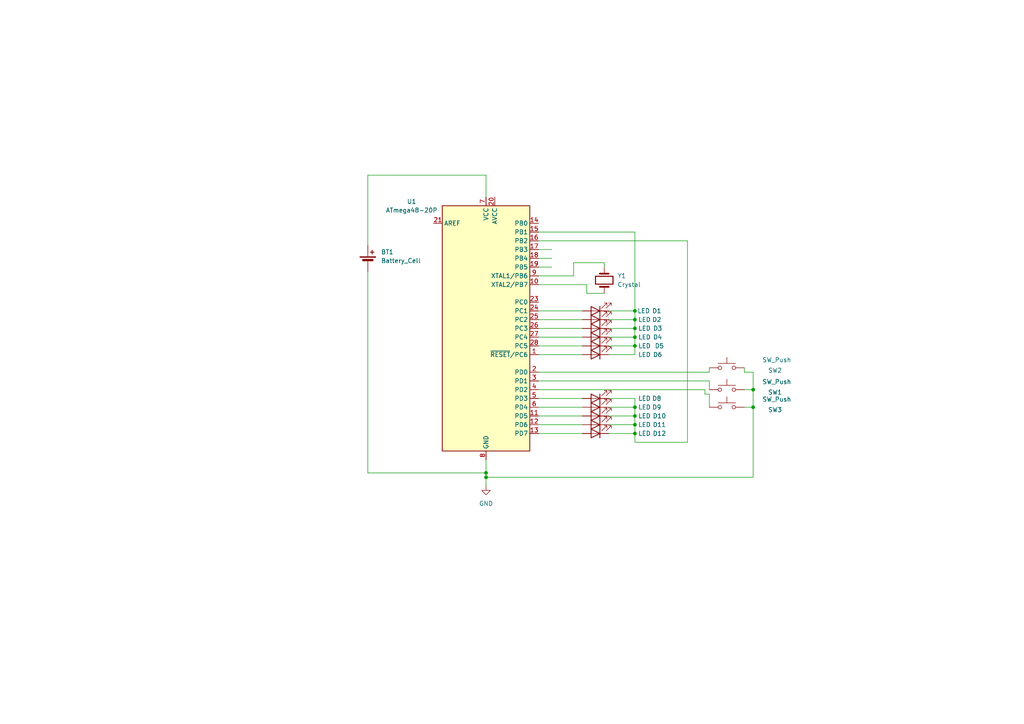
<source format=kicad_sch>
(kicad_sch
	(version 20231120)
	(generator "eeschema")
	(generator_version "8.0")
	(uuid "d9b35002-a0cb-45a5-a24e-d2ba0c78f83c")
	(paper "A4")
	(lib_symbols
		(symbol "Device:Battery_Cell"
			(pin_numbers hide)
			(pin_names
				(offset 0) hide)
			(exclude_from_sim no)
			(in_bom yes)
			(on_board yes)
			(property "Reference" "BT"
				(at 2.54 2.54 0)
				(effects
					(font
						(size 1.27 1.27)
					)
					(justify left)
				)
			)
			(property "Value" "Battery_Cell"
				(at 2.54 0 0)
				(effects
					(font
						(size 1.27 1.27)
					)
					(justify left)
				)
			)
			(property "Footprint" ""
				(at 0 1.524 90)
				(effects
					(font
						(size 1.27 1.27)
					)
					(hide yes)
				)
			)
			(property "Datasheet" "~"
				(at 0 1.524 90)
				(effects
					(font
						(size 1.27 1.27)
					)
					(hide yes)
				)
			)
			(property "Description" "Single-cell battery"
				(at 0 0 0)
				(effects
					(font
						(size 1.27 1.27)
					)
					(hide yes)
				)
			)
			(property "ki_keywords" "battery cell"
				(at 0 0 0)
				(effects
					(font
						(size 1.27 1.27)
					)
					(hide yes)
				)
			)
			(symbol "Battery_Cell_0_1"
				(rectangle
					(start -2.286 1.778)
					(end 2.286 1.524)
					(stroke
						(width 0)
						(type default)
					)
					(fill
						(type outline)
					)
				)
				(rectangle
					(start -1.524 1.016)
					(end 1.524 0.508)
					(stroke
						(width 0)
						(type default)
					)
					(fill
						(type outline)
					)
				)
				(polyline
					(pts
						(xy 0 0.762) (xy 0 0)
					)
					(stroke
						(width 0)
						(type default)
					)
					(fill
						(type none)
					)
				)
				(polyline
					(pts
						(xy 0 1.778) (xy 0 2.54)
					)
					(stroke
						(width 0)
						(type default)
					)
					(fill
						(type none)
					)
				)
				(polyline
					(pts
						(xy 0.762 3.048) (xy 1.778 3.048)
					)
					(stroke
						(width 0.254)
						(type default)
					)
					(fill
						(type none)
					)
				)
				(polyline
					(pts
						(xy 1.27 3.556) (xy 1.27 2.54)
					)
					(stroke
						(width 0.254)
						(type default)
					)
					(fill
						(type none)
					)
				)
			)
			(symbol "Battery_Cell_1_1"
				(pin passive line
					(at 0 5.08 270)
					(length 2.54)
					(name "+"
						(effects
							(font
								(size 1.27 1.27)
							)
						)
					)
					(number "1"
						(effects
							(font
								(size 1.27 1.27)
							)
						)
					)
				)
				(pin passive line
					(at 0 -2.54 90)
					(length 2.54)
					(name "-"
						(effects
							(font
								(size 1.27 1.27)
							)
						)
					)
					(number "2"
						(effects
							(font
								(size 1.27 1.27)
							)
						)
					)
				)
			)
		)
		(symbol "Device:Crystal"
			(pin_numbers hide)
			(pin_names
				(offset 1.016) hide)
			(exclude_from_sim no)
			(in_bom yes)
			(on_board yes)
			(property "Reference" "Y"
				(at 0 3.81 0)
				(effects
					(font
						(size 1.27 1.27)
					)
				)
			)
			(property "Value" "Crystal"
				(at 0 -3.81 0)
				(effects
					(font
						(size 1.27 1.27)
					)
				)
			)
			(property "Footprint" ""
				(at 0 0 0)
				(effects
					(font
						(size 1.27 1.27)
					)
					(hide yes)
				)
			)
			(property "Datasheet" "~"
				(at 0 0 0)
				(effects
					(font
						(size 1.27 1.27)
					)
					(hide yes)
				)
			)
			(property "Description" "Two pin crystal"
				(at 0 0 0)
				(effects
					(font
						(size 1.27 1.27)
					)
					(hide yes)
				)
			)
			(property "ki_keywords" "quartz ceramic resonator oscillator"
				(at 0 0 0)
				(effects
					(font
						(size 1.27 1.27)
					)
					(hide yes)
				)
			)
			(property "ki_fp_filters" "Crystal*"
				(at 0 0 0)
				(effects
					(font
						(size 1.27 1.27)
					)
					(hide yes)
				)
			)
			(symbol "Crystal_0_1"
				(rectangle
					(start -1.143 2.54)
					(end 1.143 -2.54)
					(stroke
						(width 0.3048)
						(type default)
					)
					(fill
						(type none)
					)
				)
				(polyline
					(pts
						(xy -2.54 0) (xy -1.905 0)
					)
					(stroke
						(width 0)
						(type default)
					)
					(fill
						(type none)
					)
				)
				(polyline
					(pts
						(xy -1.905 -1.27) (xy -1.905 1.27)
					)
					(stroke
						(width 0.508)
						(type default)
					)
					(fill
						(type none)
					)
				)
				(polyline
					(pts
						(xy 1.905 -1.27) (xy 1.905 1.27)
					)
					(stroke
						(width 0.508)
						(type default)
					)
					(fill
						(type none)
					)
				)
				(polyline
					(pts
						(xy 2.54 0) (xy 1.905 0)
					)
					(stroke
						(width 0)
						(type default)
					)
					(fill
						(type none)
					)
				)
			)
			(symbol "Crystal_1_1"
				(pin passive line
					(at -3.81 0 0)
					(length 1.27)
					(name "1"
						(effects
							(font
								(size 1.27 1.27)
							)
						)
					)
					(number "1"
						(effects
							(font
								(size 1.27 1.27)
							)
						)
					)
				)
				(pin passive line
					(at 3.81 0 180)
					(length 1.27)
					(name "2"
						(effects
							(font
								(size 1.27 1.27)
							)
						)
					)
					(number "2"
						(effects
							(font
								(size 1.27 1.27)
							)
						)
					)
				)
			)
		)
		(symbol "Device:LED"
			(pin_numbers hide)
			(pin_names
				(offset 1.016) hide)
			(exclude_from_sim no)
			(in_bom yes)
			(on_board yes)
			(property "Reference" "D"
				(at 0 2.54 0)
				(effects
					(font
						(size 1.27 1.27)
					)
				)
			)
			(property "Value" "LED"
				(at 0 -2.54 0)
				(effects
					(font
						(size 1.27 1.27)
					)
				)
			)
			(property "Footprint" ""
				(at 0 0 0)
				(effects
					(font
						(size 1.27 1.27)
					)
					(hide yes)
				)
			)
			(property "Datasheet" "~"
				(at 0 0 0)
				(effects
					(font
						(size 1.27 1.27)
					)
					(hide yes)
				)
			)
			(property "Description" "Light emitting diode"
				(at 0 0 0)
				(effects
					(font
						(size 1.27 1.27)
					)
					(hide yes)
				)
			)
			(property "ki_keywords" "LED diode"
				(at 0 0 0)
				(effects
					(font
						(size 1.27 1.27)
					)
					(hide yes)
				)
			)
			(property "ki_fp_filters" "LED* LED_SMD:* LED_THT:*"
				(at 0 0 0)
				(effects
					(font
						(size 1.27 1.27)
					)
					(hide yes)
				)
			)
			(symbol "LED_0_1"
				(polyline
					(pts
						(xy -1.27 -1.27) (xy -1.27 1.27)
					)
					(stroke
						(width 0.254)
						(type default)
					)
					(fill
						(type none)
					)
				)
				(polyline
					(pts
						(xy -1.27 0) (xy 1.27 0)
					)
					(stroke
						(width 0)
						(type default)
					)
					(fill
						(type none)
					)
				)
				(polyline
					(pts
						(xy 1.27 -1.27) (xy 1.27 1.27) (xy -1.27 0) (xy 1.27 -1.27)
					)
					(stroke
						(width 0.254)
						(type default)
					)
					(fill
						(type none)
					)
				)
				(polyline
					(pts
						(xy -3.048 -0.762) (xy -4.572 -2.286) (xy -3.81 -2.286) (xy -4.572 -2.286) (xy -4.572 -1.524)
					)
					(stroke
						(width 0)
						(type default)
					)
					(fill
						(type none)
					)
				)
				(polyline
					(pts
						(xy -1.778 -0.762) (xy -3.302 -2.286) (xy -2.54 -2.286) (xy -3.302 -2.286) (xy -3.302 -1.524)
					)
					(stroke
						(width 0)
						(type default)
					)
					(fill
						(type none)
					)
				)
			)
			(symbol "LED_1_1"
				(pin passive line
					(at -3.81 0 0)
					(length 2.54)
					(name "K"
						(effects
							(font
								(size 1.27 1.27)
							)
						)
					)
					(number "1"
						(effects
							(font
								(size 1.27 1.27)
							)
						)
					)
				)
				(pin passive line
					(at 3.81 0 180)
					(length 2.54)
					(name "A"
						(effects
							(font
								(size 1.27 1.27)
							)
						)
					)
					(number "2"
						(effects
							(font
								(size 1.27 1.27)
							)
						)
					)
				)
			)
		)
		(symbol "MCU_Microchip_ATmega:ATmega48-20P"
			(exclude_from_sim no)
			(in_bom yes)
			(on_board yes)
			(property "Reference" "U"
				(at -12.7 36.83 0)
				(effects
					(font
						(size 1.27 1.27)
					)
					(justify left bottom)
				)
			)
			(property "Value" "ATmega48-20P"
				(at 2.54 -36.83 0)
				(effects
					(font
						(size 1.27 1.27)
					)
					(justify left top)
				)
			)
			(property "Footprint" "Package_DIP:DIP-28_W7.62mm"
				(at 0 0 0)
				(effects
					(font
						(size 1.27 1.27)
						(italic yes)
					)
					(hide yes)
				)
			)
			(property "Datasheet" "http://ww1.microchip.com/downloads/en/DeviceDoc/Atmel-2545-8-bit-AVR-Microcontroller-ATmega48-88-168_Datasheet.pdf"
				(at 0 0 0)
				(effects
					(font
						(size 1.27 1.27)
					)
					(hide yes)
				)
			)
			(property "Description" "20MHz, 4kB Flash, 512B SRAM, 256B EEPROM, DIP-28"
				(at 0 0 0)
				(effects
					(font
						(size 1.27 1.27)
					)
					(hide yes)
				)
			)
			(property "ki_keywords" "AVR 8bit Microcontroller MegaAVR"
				(at 0 0 0)
				(effects
					(font
						(size 1.27 1.27)
					)
					(hide yes)
				)
			)
			(property "ki_fp_filters" "DIP*W7.62mm*"
				(at 0 0 0)
				(effects
					(font
						(size 1.27 1.27)
					)
					(hide yes)
				)
			)
			(symbol "ATmega48-20P_0_1"
				(rectangle
					(start -12.7 -35.56)
					(end 12.7 35.56)
					(stroke
						(width 0.254)
						(type default)
					)
					(fill
						(type background)
					)
				)
			)
			(symbol "ATmega48-20P_1_1"
				(pin bidirectional line
					(at 15.24 -7.62 180)
					(length 2.54)
					(name "~{RESET}/PC6"
						(effects
							(font
								(size 1.27 1.27)
							)
						)
					)
					(number "1"
						(effects
							(font
								(size 1.27 1.27)
							)
						)
					)
				)
				(pin bidirectional line
					(at 15.24 12.7 180)
					(length 2.54)
					(name "XTAL2/PB7"
						(effects
							(font
								(size 1.27 1.27)
							)
						)
					)
					(number "10"
						(effects
							(font
								(size 1.27 1.27)
							)
						)
					)
				)
				(pin bidirectional line
					(at 15.24 -25.4 180)
					(length 2.54)
					(name "PD5"
						(effects
							(font
								(size 1.27 1.27)
							)
						)
					)
					(number "11"
						(effects
							(font
								(size 1.27 1.27)
							)
						)
					)
				)
				(pin bidirectional line
					(at 15.24 -27.94 180)
					(length 2.54)
					(name "PD6"
						(effects
							(font
								(size 1.27 1.27)
							)
						)
					)
					(number "12"
						(effects
							(font
								(size 1.27 1.27)
							)
						)
					)
				)
				(pin bidirectional line
					(at 15.24 -30.48 180)
					(length 2.54)
					(name "PD7"
						(effects
							(font
								(size 1.27 1.27)
							)
						)
					)
					(number "13"
						(effects
							(font
								(size 1.27 1.27)
							)
						)
					)
				)
				(pin bidirectional line
					(at 15.24 30.48 180)
					(length 2.54)
					(name "PB0"
						(effects
							(font
								(size 1.27 1.27)
							)
						)
					)
					(number "14"
						(effects
							(font
								(size 1.27 1.27)
							)
						)
					)
				)
				(pin bidirectional line
					(at 15.24 27.94 180)
					(length 2.54)
					(name "PB1"
						(effects
							(font
								(size 1.27 1.27)
							)
						)
					)
					(number "15"
						(effects
							(font
								(size 1.27 1.27)
							)
						)
					)
				)
				(pin bidirectional line
					(at 15.24 25.4 180)
					(length 2.54)
					(name "PB2"
						(effects
							(font
								(size 1.27 1.27)
							)
						)
					)
					(number "16"
						(effects
							(font
								(size 1.27 1.27)
							)
						)
					)
				)
				(pin bidirectional line
					(at 15.24 22.86 180)
					(length 2.54)
					(name "PB3"
						(effects
							(font
								(size 1.27 1.27)
							)
						)
					)
					(number "17"
						(effects
							(font
								(size 1.27 1.27)
							)
						)
					)
				)
				(pin bidirectional line
					(at 15.24 20.32 180)
					(length 2.54)
					(name "PB4"
						(effects
							(font
								(size 1.27 1.27)
							)
						)
					)
					(number "18"
						(effects
							(font
								(size 1.27 1.27)
							)
						)
					)
				)
				(pin bidirectional line
					(at 15.24 17.78 180)
					(length 2.54)
					(name "PB5"
						(effects
							(font
								(size 1.27 1.27)
							)
						)
					)
					(number "19"
						(effects
							(font
								(size 1.27 1.27)
							)
						)
					)
				)
				(pin bidirectional line
					(at 15.24 -12.7 180)
					(length 2.54)
					(name "PD0"
						(effects
							(font
								(size 1.27 1.27)
							)
						)
					)
					(number "2"
						(effects
							(font
								(size 1.27 1.27)
							)
						)
					)
				)
				(pin power_in line
					(at 2.54 38.1 270)
					(length 2.54)
					(name "AVCC"
						(effects
							(font
								(size 1.27 1.27)
							)
						)
					)
					(number "20"
						(effects
							(font
								(size 1.27 1.27)
							)
						)
					)
				)
				(pin passive line
					(at -15.24 30.48 0)
					(length 2.54)
					(name "AREF"
						(effects
							(font
								(size 1.27 1.27)
							)
						)
					)
					(number "21"
						(effects
							(font
								(size 1.27 1.27)
							)
						)
					)
				)
				(pin passive line
					(at 0 -38.1 90)
					(length 2.54) hide
					(name "GND"
						(effects
							(font
								(size 1.27 1.27)
							)
						)
					)
					(number "22"
						(effects
							(font
								(size 1.27 1.27)
							)
						)
					)
				)
				(pin bidirectional line
					(at 15.24 7.62 180)
					(length 2.54)
					(name "PC0"
						(effects
							(font
								(size 1.27 1.27)
							)
						)
					)
					(number "23"
						(effects
							(font
								(size 1.27 1.27)
							)
						)
					)
				)
				(pin bidirectional line
					(at 15.24 5.08 180)
					(length 2.54)
					(name "PC1"
						(effects
							(font
								(size 1.27 1.27)
							)
						)
					)
					(number "24"
						(effects
							(font
								(size 1.27 1.27)
							)
						)
					)
				)
				(pin bidirectional line
					(at 15.24 2.54 180)
					(length 2.54)
					(name "PC2"
						(effects
							(font
								(size 1.27 1.27)
							)
						)
					)
					(number "25"
						(effects
							(font
								(size 1.27 1.27)
							)
						)
					)
				)
				(pin bidirectional line
					(at 15.24 0 180)
					(length 2.54)
					(name "PC3"
						(effects
							(font
								(size 1.27 1.27)
							)
						)
					)
					(number "26"
						(effects
							(font
								(size 1.27 1.27)
							)
						)
					)
				)
				(pin bidirectional line
					(at 15.24 -2.54 180)
					(length 2.54)
					(name "PC4"
						(effects
							(font
								(size 1.27 1.27)
							)
						)
					)
					(number "27"
						(effects
							(font
								(size 1.27 1.27)
							)
						)
					)
				)
				(pin bidirectional line
					(at 15.24 -5.08 180)
					(length 2.54)
					(name "PC5"
						(effects
							(font
								(size 1.27 1.27)
							)
						)
					)
					(number "28"
						(effects
							(font
								(size 1.27 1.27)
							)
						)
					)
				)
				(pin bidirectional line
					(at 15.24 -15.24 180)
					(length 2.54)
					(name "PD1"
						(effects
							(font
								(size 1.27 1.27)
							)
						)
					)
					(number "3"
						(effects
							(font
								(size 1.27 1.27)
							)
						)
					)
				)
				(pin bidirectional line
					(at 15.24 -17.78 180)
					(length 2.54)
					(name "PD2"
						(effects
							(font
								(size 1.27 1.27)
							)
						)
					)
					(number "4"
						(effects
							(font
								(size 1.27 1.27)
							)
						)
					)
				)
				(pin bidirectional line
					(at 15.24 -20.32 180)
					(length 2.54)
					(name "PD3"
						(effects
							(font
								(size 1.27 1.27)
							)
						)
					)
					(number "5"
						(effects
							(font
								(size 1.27 1.27)
							)
						)
					)
				)
				(pin bidirectional line
					(at 15.24 -22.86 180)
					(length 2.54)
					(name "PD4"
						(effects
							(font
								(size 1.27 1.27)
							)
						)
					)
					(number "6"
						(effects
							(font
								(size 1.27 1.27)
							)
						)
					)
				)
				(pin power_in line
					(at 0 38.1 270)
					(length 2.54)
					(name "VCC"
						(effects
							(font
								(size 1.27 1.27)
							)
						)
					)
					(number "7"
						(effects
							(font
								(size 1.27 1.27)
							)
						)
					)
				)
				(pin power_in line
					(at 0 -38.1 90)
					(length 2.54)
					(name "GND"
						(effects
							(font
								(size 1.27 1.27)
							)
						)
					)
					(number "8"
						(effects
							(font
								(size 1.27 1.27)
							)
						)
					)
				)
				(pin bidirectional line
					(at 15.24 15.24 180)
					(length 2.54)
					(name "XTAL1/PB6"
						(effects
							(font
								(size 1.27 1.27)
							)
						)
					)
					(number "9"
						(effects
							(font
								(size 1.27 1.27)
							)
						)
					)
				)
			)
		)
		(symbol "Switch:SW_Push"
			(pin_numbers hide)
			(pin_names
				(offset 1.016) hide)
			(exclude_from_sim no)
			(in_bom yes)
			(on_board yes)
			(property "Reference" "SW"
				(at 1.27 2.54 0)
				(effects
					(font
						(size 1.27 1.27)
					)
					(justify left)
				)
			)
			(property "Value" "SW_Push"
				(at 0 -1.524 0)
				(effects
					(font
						(size 1.27 1.27)
					)
				)
			)
			(property "Footprint" ""
				(at 0 5.08 0)
				(effects
					(font
						(size 1.27 1.27)
					)
					(hide yes)
				)
			)
			(property "Datasheet" "~"
				(at 0 5.08 0)
				(effects
					(font
						(size 1.27 1.27)
					)
					(hide yes)
				)
			)
			(property "Description" "Push button switch, generic, two pins"
				(at 0 0 0)
				(effects
					(font
						(size 1.27 1.27)
					)
					(hide yes)
				)
			)
			(property "ki_keywords" "switch normally-open pushbutton push-button"
				(at 0 0 0)
				(effects
					(font
						(size 1.27 1.27)
					)
					(hide yes)
				)
			)
			(symbol "SW_Push_0_1"
				(circle
					(center -2.032 0)
					(radius 0.508)
					(stroke
						(width 0)
						(type default)
					)
					(fill
						(type none)
					)
				)
				(polyline
					(pts
						(xy 0 1.27) (xy 0 3.048)
					)
					(stroke
						(width 0)
						(type default)
					)
					(fill
						(type none)
					)
				)
				(polyline
					(pts
						(xy 2.54 1.27) (xy -2.54 1.27)
					)
					(stroke
						(width 0)
						(type default)
					)
					(fill
						(type none)
					)
				)
				(circle
					(center 2.032 0)
					(radius 0.508)
					(stroke
						(width 0)
						(type default)
					)
					(fill
						(type none)
					)
				)
				(pin passive line
					(at -5.08 0 0)
					(length 2.54)
					(name "1"
						(effects
							(font
								(size 1.27 1.27)
							)
						)
					)
					(number "1"
						(effects
							(font
								(size 1.27 1.27)
							)
						)
					)
				)
				(pin passive line
					(at 5.08 0 180)
					(length 2.54)
					(name "2"
						(effects
							(font
								(size 1.27 1.27)
							)
						)
					)
					(number "2"
						(effects
							(font
								(size 1.27 1.27)
							)
						)
					)
				)
			)
		)
		(symbol "power:GND"
			(power)
			(pin_numbers hide)
			(pin_names
				(offset 0) hide)
			(exclude_from_sim no)
			(in_bom yes)
			(on_board yes)
			(property "Reference" "#PWR"
				(at 0 -6.35 0)
				(effects
					(font
						(size 1.27 1.27)
					)
					(hide yes)
				)
			)
			(property "Value" "GND"
				(at 0 -3.81 0)
				(effects
					(font
						(size 1.27 1.27)
					)
				)
			)
			(property "Footprint" ""
				(at 0 0 0)
				(effects
					(font
						(size 1.27 1.27)
					)
					(hide yes)
				)
			)
			(property "Datasheet" ""
				(at 0 0 0)
				(effects
					(font
						(size 1.27 1.27)
					)
					(hide yes)
				)
			)
			(property "Description" "Power symbol creates a global label with name \"GND\" , ground"
				(at 0 0 0)
				(effects
					(font
						(size 1.27 1.27)
					)
					(hide yes)
				)
			)
			(property "ki_keywords" "global power"
				(at 0 0 0)
				(effects
					(font
						(size 1.27 1.27)
					)
					(hide yes)
				)
			)
			(symbol "GND_0_1"
				(polyline
					(pts
						(xy 0 0) (xy 0 -1.27) (xy 1.27 -1.27) (xy 0 -2.54) (xy -1.27 -1.27) (xy 0 -1.27)
					)
					(stroke
						(width 0)
						(type default)
					)
					(fill
						(type none)
					)
				)
			)
			(symbol "GND_1_1"
				(pin power_in line
					(at 0 0 270)
					(length 0)
					(name "~"
						(effects
							(font
								(size 1.27 1.27)
							)
						)
					)
					(number "1"
						(effects
							(font
								(size 1.27 1.27)
							)
						)
					)
				)
			)
		)
	)
	(junction
		(at 184.15 90.17)
		(diameter 0)
		(color 0 0 0 0)
		(uuid "0899e0c9-dc38-4fb1-a0f7-8bd90d54f7b0")
	)
	(junction
		(at 140.97 137.16)
		(diameter 0)
		(color 0 0 0 0)
		(uuid "0e6371f7-1945-40d2-838d-a6f146a1f95f")
	)
	(junction
		(at 184.15 118.11)
		(diameter 0)
		(color 0 0 0 0)
		(uuid "2823f647-37e0-45f4-bbd1-f9879441b753")
	)
	(junction
		(at 184.15 100.33)
		(diameter 0)
		(color 0 0 0 0)
		(uuid "2dca66c0-bcd5-462c-9cf6-ea3071540ad5")
	)
	(junction
		(at 184.15 120.65)
		(diameter 0)
		(color 0 0 0 0)
		(uuid "45892a48-d1f9-48c0-9309-d970b135bb20")
	)
	(junction
		(at 140.97 138.43)
		(diameter 0)
		(color 0 0 0 0)
		(uuid "6d58ccbe-a5c8-4023-8fc1-9077b01d128d")
	)
	(junction
		(at 184.15 123.19)
		(diameter 0)
		(color 0 0 0 0)
		(uuid "931d81d0-14ca-4753-bff2-ad24f2511d19")
	)
	(junction
		(at 184.15 97.79)
		(diameter 0)
		(color 0 0 0 0)
		(uuid "95b3f987-03db-48eb-ae89-947005d8ed07")
	)
	(junction
		(at 218.44 118.11)
		(diameter 0)
		(color 0 0 0 0)
		(uuid "9c9b08f2-b31c-44f1-9c3f-e38ebd165f3a")
	)
	(junction
		(at 218.44 113.03)
		(diameter 0)
		(color 0 0 0 0)
		(uuid "b18dda31-bf66-4b46-bb3f-3c81ed64d240")
	)
	(junction
		(at 184.15 125.73)
		(diameter 0)
		(color 0 0 0 0)
		(uuid "be646301-7a41-4346-bc99-99d8bb7587b7")
	)
	(junction
		(at 184.15 92.71)
		(diameter 0)
		(color 0 0 0 0)
		(uuid "d3f7827e-0ae8-465d-ab67-c185d01da59d")
	)
	(junction
		(at 184.15 95.25)
		(diameter 0)
		(color 0 0 0 0)
		(uuid "ed756523-d1ea-49ae-be6d-9f57672fa3a9")
	)
	(wire
		(pts
			(xy 176.53 102.87) (xy 184.15 102.87)
		)
		(stroke
			(width 0)
			(type default)
		)
		(uuid "03977fde-d03a-42a7-908e-81b5d86cd664")
	)
	(wire
		(pts
			(xy 176.53 125.73) (xy 184.15 125.73)
		)
		(stroke
			(width 0)
			(type default)
		)
		(uuid "063609f3-c26b-48cc-9218-998c5bf2fc67")
	)
	(wire
		(pts
			(xy 156.21 90.17) (xy 168.91 90.17)
		)
		(stroke
			(width 0)
			(type default)
		)
		(uuid "0e53d9c0-04ad-4b49-bad3-5d4ee487c127")
	)
	(wire
		(pts
			(xy 184.15 128.27) (xy 199.39 128.27)
		)
		(stroke
			(width 0)
			(type default)
		)
		(uuid "11319298-05ce-405d-87be-9765e8e35894")
	)
	(wire
		(pts
			(xy 204.47 113.03) (xy 156.21 113.03)
		)
		(stroke
			(width 0)
			(type default)
		)
		(uuid "116ea78c-5a3f-417a-afa9-322103e2cb77")
	)
	(wire
		(pts
			(xy 156.21 82.55) (xy 170.18 82.55)
		)
		(stroke
			(width 0)
			(type default)
		)
		(uuid "129fffe4-a89b-49fe-ae55-54e495c977b1")
	)
	(wire
		(pts
			(xy 156.21 110.49) (xy 205.74 110.49)
		)
		(stroke
			(width 0)
			(type default)
		)
		(uuid "1334b9fa-b0d6-47e6-acc3-aaeacf85f0af")
	)
	(wire
		(pts
			(xy 184.15 90.17) (xy 184.15 92.71)
		)
		(stroke
			(width 0)
			(type default)
		)
		(uuid "16599511-ebf2-4515-af63-4daf98011a12")
	)
	(wire
		(pts
			(xy 140.97 50.8) (xy 140.97 57.15)
		)
		(stroke
			(width 0)
			(type default)
		)
		(uuid "1d4f27a9-5bba-4894-9582-62053753578c")
	)
	(wire
		(pts
			(xy 156.21 92.71) (xy 168.91 92.71)
		)
		(stroke
			(width 0)
			(type default)
		)
		(uuid "1f1be88d-a58b-4290-9f21-c57406edf74a")
	)
	(wire
		(pts
			(xy 184.15 95.25) (xy 184.15 97.79)
		)
		(stroke
			(width 0)
			(type default)
		)
		(uuid "26fd00dd-e132-466d-a5ea-d9948f6b5f39")
	)
	(wire
		(pts
			(xy 140.97 138.43) (xy 140.97 137.16)
		)
		(stroke
			(width 0)
			(type default)
		)
		(uuid "27fc87a5-df4b-4133-8f5f-c35d2c93eb94")
	)
	(wire
		(pts
			(xy 176.53 115.57) (xy 184.15 115.57)
		)
		(stroke
			(width 0)
			(type default)
		)
		(uuid "2e0fbeab-85cd-4681-a050-7a8390e70bc4")
	)
	(wire
		(pts
			(xy 176.53 120.65) (xy 184.15 120.65)
		)
		(stroke
			(width 0)
			(type default)
		)
		(uuid "2e7cbff1-5c8f-44b9-a24f-e42dd0f9f239")
	)
	(wire
		(pts
			(xy 176.53 92.71) (xy 184.15 92.71)
		)
		(stroke
			(width 0)
			(type default)
		)
		(uuid "2eccef90-0089-4f1c-90fc-f6c0b1536f0a")
	)
	(wire
		(pts
			(xy 156.21 77.47) (xy 160.02 77.47)
		)
		(stroke
			(width 0)
			(type default)
		)
		(uuid "30f7c498-da10-49c7-9ad5-a6ddec36e188")
	)
	(wire
		(pts
			(xy 156.21 80.01) (xy 166.37 80.01)
		)
		(stroke
			(width 0)
			(type default)
		)
		(uuid "37dcc47d-00af-464a-9e50-c55b13152e1d")
	)
	(wire
		(pts
			(xy 170.18 85.09) (xy 175.26 85.09)
		)
		(stroke
			(width 0)
			(type default)
		)
		(uuid "4a119779-7aee-4d75-9366-a3a0d61549d1")
	)
	(wire
		(pts
			(xy 106.68 71.12) (xy 106.68 50.8)
		)
		(stroke
			(width 0)
			(type default)
		)
		(uuid "4cedc4e1-34a1-4aa4-bcc1-6db0de92d770")
	)
	(wire
		(pts
			(xy 199.39 128.27) (xy 199.39 69.85)
		)
		(stroke
			(width 0)
			(type default)
		)
		(uuid "4da381c4-9b2b-4432-a80b-ea7e38b623fd")
	)
	(wire
		(pts
			(xy 218.44 113.03) (xy 218.44 118.11)
		)
		(stroke
			(width 0)
			(type default)
		)
		(uuid "5047f8f1-8da5-4343-9b74-5399a8906198")
	)
	(wire
		(pts
			(xy 106.68 137.16) (xy 140.97 137.16)
		)
		(stroke
			(width 0)
			(type default)
		)
		(uuid "5db8007a-5d2d-423c-ace0-cc8de7f8f944")
	)
	(wire
		(pts
			(xy 156.21 123.19) (xy 168.91 123.19)
		)
		(stroke
			(width 0)
			(type default)
		)
		(uuid "6179fcd1-0dcf-4db9-874b-409403c5b48d")
	)
	(wire
		(pts
			(xy 215.9 106.68) (xy 215.9 107.95)
		)
		(stroke
			(width 0)
			(type default)
		)
		(uuid "69ab602a-c627-482a-9199-54b7f81bba7c")
	)
	(wire
		(pts
			(xy 140.97 137.16) (xy 140.97 133.35)
		)
		(stroke
			(width 0)
			(type default)
		)
		(uuid "6a61b869-13a8-4332-9da9-364525069fe8")
	)
	(wire
		(pts
			(xy 184.15 100.33) (xy 184.15 102.87)
		)
		(stroke
			(width 0)
			(type default)
		)
		(uuid "6d285265-ea27-4b55-b8f5-03fd633c11b4")
	)
	(wire
		(pts
			(xy 176.53 95.25) (xy 184.15 95.25)
		)
		(stroke
			(width 0)
			(type default)
		)
		(uuid "6db7d969-c47c-4752-9b86-eb03469e3b36")
	)
	(wire
		(pts
			(xy 215.9 107.95) (xy 218.44 107.95)
		)
		(stroke
			(width 0)
			(type default)
		)
		(uuid "6dfa6dc6-bbc8-4af9-b745-f368848d7a85")
	)
	(wire
		(pts
			(xy 156.21 107.95) (xy 205.74 107.95)
		)
		(stroke
			(width 0)
			(type default)
		)
		(uuid "6febbae4-962f-4c2e-9f6e-d5cf3c0dc238")
	)
	(wire
		(pts
			(xy 204.47 114.3) (xy 204.47 113.03)
		)
		(stroke
			(width 0)
			(type default)
		)
		(uuid "7119950d-5507-481d-98ea-e06840243d32")
	)
	(wire
		(pts
			(xy 156.21 67.31) (xy 184.15 67.31)
		)
		(stroke
			(width 0)
			(type default)
		)
		(uuid "7694e25d-06d5-417b-a87b-5afbdbe7b6b5")
	)
	(wire
		(pts
			(xy 184.15 92.71) (xy 184.15 95.25)
		)
		(stroke
			(width 0)
			(type default)
		)
		(uuid "7ac1e57a-f784-4ecf-adf3-517ea97eb870")
	)
	(wire
		(pts
			(xy 156.21 118.11) (xy 168.91 118.11)
		)
		(stroke
			(width 0)
			(type default)
		)
		(uuid "848274b6-7468-431b-99f2-39829cf5ee33")
	)
	(wire
		(pts
			(xy 176.53 118.11) (xy 184.15 118.11)
		)
		(stroke
			(width 0)
			(type default)
		)
		(uuid "85207eca-8b15-4a10-953d-c0c48332afb7")
	)
	(wire
		(pts
			(xy 156.21 69.85) (xy 199.39 69.85)
		)
		(stroke
			(width 0)
			(type default)
		)
		(uuid "8a29ca66-f865-4ffe-80e8-d1cc3397acc7")
	)
	(wire
		(pts
			(xy 215.9 113.03) (xy 218.44 113.03)
		)
		(stroke
			(width 0)
			(type default)
		)
		(uuid "8aba1c4b-183c-4611-bffd-adae88741346")
	)
	(wire
		(pts
			(xy 176.53 123.19) (xy 184.15 123.19)
		)
		(stroke
			(width 0)
			(type default)
		)
		(uuid "8c824d7f-fda4-449b-ba48-1e62af8e1b49")
	)
	(wire
		(pts
			(xy 106.68 50.8) (xy 140.97 50.8)
		)
		(stroke
			(width 0)
			(type default)
		)
		(uuid "8ccc07ca-7670-4ea9-b75b-73728894cee4")
	)
	(wire
		(pts
			(xy 175.26 76.2) (xy 175.26 77.47)
		)
		(stroke
			(width 0)
			(type default)
		)
		(uuid "923e981d-4be9-4bf0-a050-c1a4556fa653")
	)
	(wire
		(pts
			(xy 166.37 80.01) (xy 166.37 76.2)
		)
		(stroke
			(width 0)
			(type default)
		)
		(uuid "937eba62-cc35-410b-b054-c7f14c8a478b")
	)
	(wire
		(pts
			(xy 205.74 114.3) (xy 205.74 118.11)
		)
		(stroke
			(width 0)
			(type default)
		)
		(uuid "949721bd-6e40-472c-ac0c-e88db4e92550")
	)
	(wire
		(pts
			(xy 184.15 118.11) (xy 184.15 120.65)
		)
		(stroke
			(width 0)
			(type default)
		)
		(uuid "985b59ba-786c-430b-859a-4cad6406fbd5")
	)
	(wire
		(pts
			(xy 184.15 125.73) (xy 184.15 128.27)
		)
		(stroke
			(width 0)
			(type default)
		)
		(uuid "9b79d833-4196-4faa-95b9-dc6b1d43d037")
	)
	(wire
		(pts
			(xy 140.97 140.97) (xy 140.97 138.43)
		)
		(stroke
			(width 0)
			(type default)
		)
		(uuid "9f91edf8-268c-47f1-babe-6fae74882ec0")
	)
	(wire
		(pts
			(xy 140.97 138.43) (xy 218.44 138.43)
		)
		(stroke
			(width 0)
			(type default)
		)
		(uuid "ab743f19-a1fe-492c-9a4c-f41632a15762")
	)
	(wire
		(pts
			(xy 176.53 97.79) (xy 184.15 97.79)
		)
		(stroke
			(width 0)
			(type default)
		)
		(uuid "abf5b98b-36f4-4f06-8b2d-77a2ed5c3d1b")
	)
	(wire
		(pts
			(xy 215.9 118.11) (xy 218.44 118.11)
		)
		(stroke
			(width 0)
			(type default)
		)
		(uuid "ac4efcd0-10e9-43a9-9c9c-d0121846485e")
	)
	(wire
		(pts
			(xy 184.15 90.17) (xy 184.15 67.31)
		)
		(stroke
			(width 0)
			(type default)
		)
		(uuid "af1fbba0-9b5b-4ab0-a5f4-705530a08951")
	)
	(wire
		(pts
			(xy 156.21 97.79) (xy 168.91 97.79)
		)
		(stroke
			(width 0)
			(type default)
		)
		(uuid "b2380ae4-7a90-47f1-8e8c-7f23e74063bb")
	)
	(wire
		(pts
			(xy 184.15 120.65) (xy 184.15 123.19)
		)
		(stroke
			(width 0)
			(type default)
		)
		(uuid "b36a7fd6-eb90-4366-8040-c8c093b4cf54")
	)
	(wire
		(pts
			(xy 218.44 118.11) (xy 218.44 138.43)
		)
		(stroke
			(width 0)
			(type default)
		)
		(uuid "ba6006c3-0f90-4659-bd1e-06a84058889f")
	)
	(wire
		(pts
			(xy 205.74 107.95) (xy 205.74 106.68)
		)
		(stroke
			(width 0)
			(type default)
		)
		(uuid "be047133-3c71-423d-8227-a430ea9dc55e")
	)
	(wire
		(pts
			(xy 204.47 114.3) (xy 205.74 114.3)
		)
		(stroke
			(width 0)
			(type default)
		)
		(uuid "beec0b99-1e5c-4474-9b9f-31b0344b74ca")
	)
	(wire
		(pts
			(xy 170.18 82.55) (xy 170.18 85.09)
		)
		(stroke
			(width 0)
			(type default)
		)
		(uuid "c1381aab-33b8-4e90-bcdb-0b6a356546dd")
	)
	(wire
		(pts
			(xy 166.37 76.2) (xy 175.26 76.2)
		)
		(stroke
			(width 0)
			(type default)
		)
		(uuid "c1c72b03-651c-45b1-8f97-91b28f96d458")
	)
	(wire
		(pts
			(xy 156.21 120.65) (xy 168.91 120.65)
		)
		(stroke
			(width 0)
			(type default)
		)
		(uuid "c4cb2480-e871-46b2-903d-ff055617ab6c")
	)
	(wire
		(pts
			(xy 156.21 72.39) (xy 160.02 72.39)
		)
		(stroke
			(width 0)
			(type default)
		)
		(uuid "c5237c05-af5b-4b74-96b8-06f017703b17")
	)
	(wire
		(pts
			(xy 156.21 125.73) (xy 168.91 125.73)
		)
		(stroke
			(width 0)
			(type default)
		)
		(uuid "c7764737-d509-40a9-912f-1a4866595e50")
	)
	(wire
		(pts
			(xy 218.44 107.95) (xy 218.44 113.03)
		)
		(stroke
			(width 0)
			(type default)
		)
		(uuid "cbcd0ef8-27e0-44a5-844f-617fe954cd3b")
	)
	(wire
		(pts
			(xy 156.21 102.87) (xy 168.91 102.87)
		)
		(stroke
			(width 0)
			(type default)
		)
		(uuid "cddd92fa-8c8a-4f7f-ba72-90dc223fcd41")
	)
	(wire
		(pts
			(xy 156.21 95.25) (xy 168.91 95.25)
		)
		(stroke
			(width 0)
			(type default)
		)
		(uuid "d1007890-e856-4a1e-8f2a-fcd5ae125e82")
	)
	(wire
		(pts
			(xy 106.68 78.74) (xy 106.68 137.16)
		)
		(stroke
			(width 0)
			(type default)
		)
		(uuid "d6595c57-aadc-4f38-8d7f-b0c89f581208")
	)
	(wire
		(pts
			(xy 184.15 123.19) (xy 184.15 125.73)
		)
		(stroke
			(width 0)
			(type default)
		)
		(uuid "dcfb28f4-f9ea-4804-870c-a5741166b657")
	)
	(wire
		(pts
			(xy 156.21 100.33) (xy 168.91 100.33)
		)
		(stroke
			(width 0)
			(type default)
		)
		(uuid "df627c54-dda8-4c8d-9895-46d5954e1093")
	)
	(wire
		(pts
			(xy 156.21 115.57) (xy 168.91 115.57)
		)
		(stroke
			(width 0)
			(type default)
		)
		(uuid "e570d1ee-1eba-46f4-9dae-8b5d3a4a79ad")
	)
	(wire
		(pts
			(xy 176.53 90.17) (xy 184.15 90.17)
		)
		(stroke
			(width 0)
			(type default)
		)
		(uuid "e802791d-fd0d-46f9-9926-833bde69fd28")
	)
	(wire
		(pts
			(xy 205.74 110.49) (xy 205.74 113.03)
		)
		(stroke
			(width 0)
			(type default)
		)
		(uuid "eb4f5955-e04f-4a28-ac63-e4c770b04505")
	)
	(wire
		(pts
			(xy 176.53 100.33) (xy 184.15 100.33)
		)
		(stroke
			(width 0)
			(type default)
		)
		(uuid "f6757fa6-c8cd-4fc4-beab-b6822839e269")
	)
	(wire
		(pts
			(xy 184.15 115.57) (xy 184.15 118.11)
		)
		(stroke
			(width 0)
			(type default)
		)
		(uuid "f8bf8a93-cf6e-476d-a8e0-65d289125ab7")
	)
	(wire
		(pts
			(xy 156.21 74.93) (xy 160.02 74.93)
		)
		(stroke
			(width 0)
			(type default)
		)
		(uuid "fa333c90-2ea8-44ac-8705-9f518ad55527")
	)
	(wire
		(pts
			(xy 184.15 97.79) (xy 184.15 100.33)
		)
		(stroke
			(width 0)
			(type default)
		)
		(uuid "fe47deb6-0ee5-4a97-8a9f-f448d7a7017d")
	)
	(symbol
		(lib_id "Device:LED")
		(at 172.72 123.19 180)
		(unit 1)
		(exclude_from_sim no)
		(in_bom yes)
		(on_board yes)
		(dnp no)
		(uuid "29973101-e4d9-4245-af8a-051c7774a9b0")
		(property "Reference" "D11"
			(at 191.262 123.19 0)
			(effects
				(font
					(size 1.27 1.27)
				)
			)
		)
		(property "Value" "LED"
			(at 186.944 123.19 0)
			(effects
				(font
					(size 1.27 1.27)
				)
			)
		)
		(property "Footprint" "LED_THT:LED_D3.0mm"
			(at 172.72 123.19 0)
			(effects
				(font
					(size 1.27 1.27)
				)
				(hide yes)
			)
		)
		(property "Datasheet" "~"
			(at 172.72 123.19 0)
			(effects
				(font
					(size 1.27 1.27)
				)
				(hide yes)
			)
		)
		(property "Description" "Light emitting diode"
			(at 172.72 123.19 0)
			(effects
				(font
					(size 1.27 1.27)
				)
				(hide yes)
			)
		)
		(pin "1"
			(uuid "78a9748a-f903-488a-97b5-a5b64529980b")
		)
		(pin "2"
			(uuid "bbb2e36f-b856-4af4-a2e4-f9ac9221c8c4")
		)
		(instances
			(project "BinaryClock"
				(path "/d9b35002-a0cb-45a5-a24e-d2ba0c78f83c"
					(reference "D11")
					(unit 1)
				)
			)
		)
	)
	(symbol
		(lib_id "Switch:SW_Push")
		(at 210.82 113.03 0)
		(unit 1)
		(exclude_from_sim no)
		(in_bom yes)
		(on_board yes)
		(dnp no)
		(uuid "2bc674de-ec27-44df-b206-4664b47c3187")
		(property "Reference" "SW1"
			(at 224.79 113.792 0)
			(effects
				(font
					(size 1.27 1.27)
				)
			)
		)
		(property "Value" "SW_Push"
			(at 225.298 110.744 0)
			(effects
				(font
					(size 1.27 1.27)
				)
			)
		)
		(property "Footprint" "Button_Switch_THT:SW_TH_Tactile_Omron_B3F-10xx"
			(at 210.82 107.95 0)
			(effects
				(font
					(size 1.27 1.27)
				)
				(hide yes)
			)
		)
		(property "Datasheet" "~"
			(at 210.82 107.95 0)
			(effects
				(font
					(size 1.27 1.27)
				)
				(hide yes)
			)
		)
		(property "Description" "Push button switch, generic, two pins"
			(at 210.82 113.03 0)
			(effects
				(font
					(size 1.27 1.27)
				)
				(hide yes)
			)
		)
		(pin "2"
			(uuid "1d92d097-7bd6-436a-bdb9-5168fa1b14c8")
		)
		(pin "1"
			(uuid "ed0b26e9-5b27-4d85-9f36-8d989c83e3a0")
		)
		(instances
			(project "BinaryClock"
				(path "/d9b35002-a0cb-45a5-a24e-d2ba0c78f83c"
					(reference "SW1")
					(unit 1)
				)
			)
		)
	)
	(symbol
		(lib_id "Device:LED")
		(at 172.72 118.11 180)
		(unit 1)
		(exclude_from_sim no)
		(in_bom yes)
		(on_board yes)
		(dnp no)
		(uuid "2d5d66d2-b22d-456b-8ea4-ea2b5c4b7145")
		(property "Reference" "D9"
			(at 190.5 118.11 0)
			(effects
				(font
					(size 1.27 1.27)
				)
			)
		)
		(property "Value" "LED"
			(at 186.944 118.11 0)
			(effects
				(font
					(size 1.27 1.27)
				)
			)
		)
		(property "Footprint" "LED_THT:LED_D3.0mm"
			(at 172.72 118.11 0)
			(effects
				(font
					(size 1.27 1.27)
				)
				(hide yes)
			)
		)
		(property "Datasheet" "~"
			(at 172.72 118.11 0)
			(effects
				(font
					(size 1.27 1.27)
				)
				(hide yes)
			)
		)
		(property "Description" "Light emitting diode"
			(at 172.72 118.11 0)
			(effects
				(font
					(size 1.27 1.27)
				)
				(hide yes)
			)
		)
		(pin "1"
			(uuid "f166edb7-768d-4e89-9785-ed1f16dcc4a6")
		)
		(pin "2"
			(uuid "486e85f3-c3c5-40b5-ab41-cd78e2f38a1c")
		)
		(instances
			(project "BinaryClock"
				(path "/d9b35002-a0cb-45a5-a24e-d2ba0c78f83c"
					(reference "D9")
					(unit 1)
				)
			)
		)
	)
	(symbol
		(lib_id "Device:LED")
		(at 172.72 95.25 180)
		(unit 1)
		(exclude_from_sim no)
		(in_bom yes)
		(on_board yes)
		(dnp no)
		(uuid "32607ccb-0064-4304-8d86-ff6ed81ac65e")
		(property "Reference" "D3"
			(at 190.754 95.25 0)
			(effects
				(font
					(size 1.27 1.27)
				)
			)
		)
		(property "Value" "LED"
			(at 186.944 95.25 0)
			(effects
				(font
					(size 1.27 1.27)
				)
			)
		)
		(property "Footprint" "LED_THT:LED_D3.0mm"
			(at 172.72 95.25 0)
			(effects
				(font
					(size 1.27 1.27)
				)
				(hide yes)
			)
		)
		(property "Datasheet" "~"
			(at 172.72 95.25 0)
			(effects
				(font
					(size 1.27 1.27)
				)
				(hide yes)
			)
		)
		(property "Description" "Light emitting diode"
			(at 172.72 95.25 0)
			(effects
				(font
					(size 1.27 1.27)
				)
				(hide yes)
			)
		)
		(pin "1"
			(uuid "0329ff60-7044-42a5-9d46-47a7491a4057")
		)
		(pin "2"
			(uuid "64e394b8-6bc7-4dc3-8e81-a2ecb6592b49")
		)
		(instances
			(project "BinaryClock"
				(path "/d9b35002-a0cb-45a5-a24e-d2ba0c78f83c"
					(reference "D3")
					(unit 1)
				)
			)
		)
	)
	(symbol
		(lib_id "Device:LED")
		(at 172.72 125.73 180)
		(unit 1)
		(exclude_from_sim no)
		(in_bom yes)
		(on_board yes)
		(dnp no)
		(uuid "4645f33f-b204-4b17-bd05-d7c720346937")
		(property "Reference" "D12"
			(at 191.262 125.73 0)
			(effects
				(font
					(size 1.27 1.27)
				)
			)
		)
		(property "Value" "LED"
			(at 186.944 125.73 0)
			(effects
				(font
					(size 1.27 1.27)
				)
			)
		)
		(property "Footprint" "LED_THT:LED_D3.0mm"
			(at 172.72 125.73 0)
			(effects
				(font
					(size 1.27 1.27)
				)
				(hide yes)
			)
		)
		(property "Datasheet" "~"
			(at 172.72 125.73 0)
			(effects
				(font
					(size 1.27 1.27)
				)
				(hide yes)
			)
		)
		(property "Description" "Light emitting diode"
			(at 172.72 125.73 0)
			(effects
				(font
					(size 1.27 1.27)
				)
				(hide yes)
			)
		)
		(pin "1"
			(uuid "191249c0-a94e-42f9-bf9e-b07cc0e4376f")
		)
		(pin "2"
			(uuid "de519786-3131-441f-ae68-69fcfb0b50c5")
		)
		(instances
			(project "BinaryClock"
				(path "/d9b35002-a0cb-45a5-a24e-d2ba0c78f83c"
					(reference "D12")
					(unit 1)
				)
			)
		)
	)
	(symbol
		(lib_id "Device:LED")
		(at 172.72 100.33 180)
		(unit 1)
		(exclude_from_sim no)
		(in_bom yes)
		(on_board yes)
		(dnp no)
		(uuid "5ca3b385-e0b4-44e4-806d-388f79290961")
		(property "Reference" "D5"
			(at 191.262 100.33 0)
			(effects
				(font
					(size 1.27 1.27)
				)
			)
		)
		(property "Value" "LED"
			(at 186.944 100.33 0)
			(effects
				(font
					(size 1.27 1.27)
				)
			)
		)
		(property "Footprint" "LED_THT:LED_D3.0mm"
			(at 172.72 100.33 0)
			(effects
				(font
					(size 1.27 1.27)
				)
				(hide yes)
			)
		)
		(property "Datasheet" "~"
			(at 172.72 100.33 0)
			(effects
				(font
					(size 1.27 1.27)
				)
				(hide yes)
			)
		)
		(property "Description" "Light emitting diode"
			(at 172.72 100.33 0)
			(effects
				(font
					(size 1.27 1.27)
				)
				(hide yes)
			)
		)
		(pin "1"
			(uuid "a5813287-8e93-4da9-87dd-4ce1e68d8e10")
		)
		(pin "2"
			(uuid "aeabf6ac-545e-4aad-a967-7274427fbf61")
		)
		(instances
			(project "BinaryClock"
				(path "/d9b35002-a0cb-45a5-a24e-d2ba0c78f83c"
					(reference "D5")
					(unit 1)
				)
			)
		)
	)
	(symbol
		(lib_id "Device:Battery_Cell")
		(at 106.68 76.2 0)
		(unit 1)
		(exclude_from_sim no)
		(in_bom yes)
		(on_board yes)
		(dnp no)
		(fields_autoplaced yes)
		(uuid "5d9953ea-03ab-48ba-a899-9143e3a42088")
		(property "Reference" "BT1"
			(at 110.49 73.0884 0)
			(effects
				(font
					(size 1.27 1.27)
				)
				(justify left)
			)
		)
		(property "Value" "Battery_Cell"
			(at 110.49 75.6284 0)
			(effects
				(font
					(size 1.27 1.27)
				)
				(justify left)
			)
		)
		(property "Footprint" "Battery:BatteryHolder_Keystone_106_1x20mm"
			(at 106.68 74.676 90)
			(effects
				(font
					(size 1.27 1.27)
				)
				(hide yes)
			)
		)
		(property "Datasheet" "~"
			(at 106.68 74.676 90)
			(effects
				(font
					(size 1.27 1.27)
				)
				(hide yes)
			)
		)
		(property "Description" "Single-cell battery"
			(at 106.68 76.2 0)
			(effects
				(font
					(size 1.27 1.27)
				)
				(hide yes)
			)
		)
		(pin "2"
			(uuid "ca0be0b6-3ed0-4012-be25-d4022c172148")
		)
		(pin "1"
			(uuid "72e60da2-d23f-4f88-b90b-a7533e1f5614")
		)
		(instances
			(project ""
				(path "/d9b35002-a0cb-45a5-a24e-d2ba0c78f83c"
					(reference "BT1")
					(unit 1)
				)
			)
		)
	)
	(symbol
		(lib_id "Device:LED")
		(at 172.72 115.57 180)
		(unit 1)
		(exclude_from_sim no)
		(in_bom yes)
		(on_board yes)
		(dnp no)
		(uuid "6996d9f0-6bf7-4688-a61e-6c34c1731f5d")
		(property "Reference" "D8"
			(at 190.5 115.57 0)
			(effects
				(font
					(size 1.27 1.27)
				)
			)
		)
		(property "Value" "LED"
			(at 186.944 115.57 0)
			(effects
				(font
					(size 1.27 1.27)
				)
			)
		)
		(property "Footprint" "LED_THT:LED_D3.0mm"
			(at 172.72 115.57 0)
			(effects
				(font
					(size 1.27 1.27)
				)
				(hide yes)
			)
		)
		(property "Datasheet" "~"
			(at 172.72 115.57 0)
			(effects
				(font
					(size 1.27 1.27)
				)
				(hide yes)
			)
		)
		(property "Description" "Light emitting diode"
			(at 172.72 115.57 0)
			(effects
				(font
					(size 1.27 1.27)
				)
				(hide yes)
			)
		)
		(pin "1"
			(uuid "2a32e3e1-cb69-4cfe-9b28-14b0cef54812")
		)
		(pin "2"
			(uuid "f92e9f07-2f96-420f-b299-945042ddaf50")
		)
		(instances
			(project "BinaryClock"
				(path "/d9b35002-a0cb-45a5-a24e-d2ba0c78f83c"
					(reference "D8")
					(unit 1)
				)
			)
		)
	)
	(symbol
		(lib_id "Device:LED")
		(at 172.72 90.17 180)
		(unit 1)
		(exclude_from_sim no)
		(in_bom yes)
		(on_board yes)
		(dnp no)
		(uuid "85a96844-d8d4-4c49-8163-880666908205")
		(property "Reference" "D1"
			(at 190.5 90.17 0)
			(effects
				(font
					(size 1.27 1.27)
				)
			)
		)
		(property "Value" "LED"
			(at 186.69 90.17 0)
			(effects
				(font
					(size 1.27 1.27)
				)
			)
		)
		(property "Footprint" "LED_THT:LED_D3.0mm"
			(at 172.72 90.17 0)
			(effects
				(font
					(size 1.27 1.27)
				)
				(hide yes)
			)
		)
		(property "Datasheet" "~"
			(at 172.72 90.17 0)
			(effects
				(font
					(size 1.27 1.27)
				)
				(hide yes)
			)
		)
		(property "Description" "Light emitting diode"
			(at 172.72 90.17 0)
			(effects
				(font
					(size 1.27 1.27)
				)
				(hide yes)
			)
		)
		(pin "1"
			(uuid "69225d8f-93fa-4756-b9e8-b455568e3e19")
		)
		(pin "2"
			(uuid "cd2c41cb-22bf-4421-8699-0e84ebd065fe")
		)
		(instances
			(project ""
				(path "/d9b35002-a0cb-45a5-a24e-d2ba0c78f83c"
					(reference "D1")
					(unit 1)
				)
			)
		)
	)
	(symbol
		(lib_id "Device:LED")
		(at 172.72 102.87 180)
		(unit 1)
		(exclude_from_sim no)
		(in_bom yes)
		(on_board yes)
		(dnp no)
		(uuid "92cf292d-f18f-4bac-b50c-5ffa80bd41df")
		(property "Reference" "D6"
			(at 190.754 102.87 0)
			(effects
				(font
					(size 1.27 1.27)
				)
			)
		)
		(property "Value" "LED"
			(at 186.944 102.87 0)
			(effects
				(font
					(size 1.27 1.27)
				)
			)
		)
		(property "Footprint" "LED_THT:LED_D3.0mm"
			(at 172.72 102.87 0)
			(effects
				(font
					(size 1.27 1.27)
				)
				(hide yes)
			)
		)
		(property "Datasheet" "~"
			(at 172.72 102.87 0)
			(effects
				(font
					(size 1.27 1.27)
				)
				(hide yes)
			)
		)
		(property "Description" "Light emitting diode"
			(at 172.72 102.87 0)
			(effects
				(font
					(size 1.27 1.27)
				)
				(hide yes)
			)
		)
		(pin "1"
			(uuid "62fbc539-0af2-449e-9b8e-0cd64f3b3dda")
		)
		(pin "2"
			(uuid "24b83d30-c527-4161-9b00-eeab4bbf7a24")
		)
		(instances
			(project "BinaryClock"
				(path "/d9b35002-a0cb-45a5-a24e-d2ba0c78f83c"
					(reference "D6")
					(unit 1)
				)
			)
		)
	)
	(symbol
		(lib_id "Device:LED")
		(at 172.72 92.71 180)
		(unit 1)
		(exclude_from_sim no)
		(in_bom yes)
		(on_board yes)
		(dnp no)
		(uuid "a778fab8-4fbf-4752-b2c4-15f8522d33b4")
		(property "Reference" "D2"
			(at 190.5 92.71 0)
			(effects
				(font
					(size 1.27 1.27)
				)
			)
		)
		(property "Value" "LED"
			(at 186.944 92.71 0)
			(effects
				(font
					(size 1.27 1.27)
				)
			)
		)
		(property "Footprint" "LED_THT:LED_D3.0mm"
			(at 172.72 92.71 0)
			(effects
				(font
					(size 1.27 1.27)
				)
				(hide yes)
			)
		)
		(property "Datasheet" "~"
			(at 172.72 92.71 0)
			(effects
				(font
					(size 1.27 1.27)
				)
				(hide yes)
			)
		)
		(property "Description" "Light emitting diode"
			(at 172.72 92.71 0)
			(effects
				(font
					(size 1.27 1.27)
				)
				(hide yes)
			)
		)
		(pin "1"
			(uuid "8759de50-4daf-4633-86a0-8c359e9ad9fe")
		)
		(pin "2"
			(uuid "68710514-aa8d-4143-bf9d-b4685e80ac43")
		)
		(instances
			(project "BinaryClock"
				(path "/d9b35002-a0cb-45a5-a24e-d2ba0c78f83c"
					(reference "D2")
					(unit 1)
				)
			)
		)
	)
	(symbol
		(lib_id "Switch:SW_Push")
		(at 210.82 106.68 0)
		(unit 1)
		(exclude_from_sim no)
		(in_bom yes)
		(on_board yes)
		(dnp no)
		(uuid "add201f6-be0d-417b-93b5-da9efe2985b7")
		(property "Reference" "SW2"
			(at 224.79 107.442 0)
			(effects
				(font
					(size 1.27 1.27)
				)
			)
		)
		(property "Value" "SW_Push"
			(at 225.298 104.394 0)
			(effects
				(font
					(size 1.27 1.27)
				)
			)
		)
		(property "Footprint" "Button_Switch_THT:SW_TH_Tactile_Omron_B3F-10xx"
			(at 210.82 101.6 0)
			(effects
				(font
					(size 1.27 1.27)
				)
				(hide yes)
			)
		)
		(property "Datasheet" "~"
			(at 210.82 101.6 0)
			(effects
				(font
					(size 1.27 1.27)
				)
				(hide yes)
			)
		)
		(property "Description" "Push button switch, generic, two pins"
			(at 210.82 106.68 0)
			(effects
				(font
					(size 1.27 1.27)
				)
				(hide yes)
			)
		)
		(pin "2"
			(uuid "4f72d756-0497-46ca-971c-9d73a8a5dc95")
		)
		(pin "1"
			(uuid "e402da90-8531-4bee-a426-25d98dfe2611")
		)
		(instances
			(project "BinaryClock"
				(path "/d9b35002-a0cb-45a5-a24e-d2ba0c78f83c"
					(reference "SW2")
					(unit 1)
				)
			)
		)
	)
	(symbol
		(lib_id "Switch:SW_Push")
		(at 210.82 118.11 0)
		(unit 1)
		(exclude_from_sim no)
		(in_bom yes)
		(on_board yes)
		(dnp no)
		(uuid "aec31b49-0cc9-428e-bdd7-285c9250be82")
		(property "Reference" "SW3"
			(at 224.79 118.872 0)
			(effects
				(font
					(size 1.27 1.27)
				)
			)
		)
		(property "Value" "SW_Push"
			(at 225.298 115.824 0)
			(effects
				(font
					(size 1.27 1.27)
				)
			)
		)
		(property "Footprint" "Button_Switch_THT:SW_TH_Tactile_Omron_B3F-10xx"
			(at 210.82 113.03 0)
			(effects
				(font
					(size 1.27 1.27)
				)
				(hide yes)
			)
		)
		(property "Datasheet" "~"
			(at 210.82 113.03 0)
			(effects
				(font
					(size 1.27 1.27)
				)
				(hide yes)
			)
		)
		(property "Description" "Push button switch, generic, two pins"
			(at 210.82 118.11 0)
			(effects
				(font
					(size 1.27 1.27)
				)
				(hide yes)
			)
		)
		(pin "2"
			(uuid "43c78dcc-d077-4265-a857-9e0267ba936a")
		)
		(pin "1"
			(uuid "e5e54ced-dbb4-4bfd-807f-32acbc1785cb")
		)
		(instances
			(project "BinaryClock"
				(path "/d9b35002-a0cb-45a5-a24e-d2ba0c78f83c"
					(reference "SW3")
					(unit 1)
				)
			)
		)
	)
	(symbol
		(lib_id "MCU_Microchip_ATmega:ATmega48-20P")
		(at 140.97 95.25 0)
		(unit 1)
		(exclude_from_sim no)
		(in_bom yes)
		(on_board yes)
		(dnp no)
		(fields_autoplaced yes)
		(uuid "b6d688c8-7293-4c67-bed8-5caa4be610a6")
		(property "Reference" "U1"
			(at 119.38 58.4514 0)
			(effects
				(font
					(size 1.27 1.27)
				)
			)
		)
		(property "Value" "ATmega48-20P"
			(at 119.38 60.9914 0)
			(effects
				(font
					(size 1.27 1.27)
				)
			)
		)
		(property "Footprint" "Package_DIP:CERDIP-28_W7.62mm_SideBrazed_LongPads_Socket"
			(at 140.97 95.25 0)
			(effects
				(font
					(size 1.27 1.27)
					(italic yes)
				)
				(hide yes)
			)
		)
		(property "Datasheet" "http://ww1.microchip.com/downloads/en/DeviceDoc/Atmel-2545-8-bit-AVR-Microcontroller-ATmega48-88-168_Datasheet.pdf"
			(at 140.97 95.25 0)
			(effects
				(font
					(size 1.27 1.27)
				)
				(hide yes)
			)
		)
		(property "Description" "20MHz, 4kB Flash, 512B SRAM, 256B EEPROM, DIP-28"
			(at 140.97 95.25 0)
			(effects
				(font
					(size 1.27 1.27)
				)
				(hide yes)
			)
		)
		(pin "13"
			(uuid "5317ded1-a9b8-419b-8d81-c11bc127b849")
		)
		(pin "27"
			(uuid "f8fba703-929b-41b3-bcba-0077d30e23a9")
		)
		(pin "15"
			(uuid "26f92764-f8d9-4e27-92ad-1a5d270d982b")
		)
		(pin "1"
			(uuid "3f1a576b-291b-4dab-a79e-48e9cafe2c26")
		)
		(pin "5"
			(uuid "399795c1-4c96-468a-ac28-b997039e268c")
		)
		(pin "14"
			(uuid "6da8d3f3-2d0b-4a70-b870-ff581f26a91b")
		)
		(pin "21"
			(uuid "16f443e9-3319-4471-a5df-8a22ca1306c7")
		)
		(pin "9"
			(uuid "03ff7a68-0750-4f14-99a3-6f76eb032272")
		)
		(pin "18"
			(uuid "f97d2ffb-cafa-49a9-a7c4-d71082d3f593")
		)
		(pin "11"
			(uuid "17dec5d0-fa60-467b-adbd-13a332873607")
		)
		(pin "17"
			(uuid "b67c5637-88a7-4f4d-8b47-96e246df79c2")
		)
		(pin "23"
			(uuid "206ba6d6-568d-4bd7-a597-37369a36f04d")
		)
		(pin "12"
			(uuid "cee1a6d7-7a89-4050-8bbc-964afec54be9")
		)
		(pin "20"
			(uuid "91decfdf-4df3-429c-b0ec-7542f78b1cca")
		)
		(pin "22"
			(uuid "fdfb5927-f946-48b3-a931-ca861f41fa2b")
		)
		(pin "3"
			(uuid "34488a07-f7dc-4f7f-a864-e205f29a3f22")
		)
		(pin "10"
			(uuid "37e0c04d-1309-4763-8122-1e163bbd4802")
		)
		(pin "6"
			(uuid "b58e5e04-97e5-4ab7-b895-d70b2a3b6e10")
		)
		(pin "7"
			(uuid "11810b96-8ede-4be0-8f9a-a215e1ac3417")
		)
		(pin "28"
			(uuid "f10c5632-09e4-4951-be6f-81e5806480c9")
		)
		(pin "2"
			(uuid "ccdca4ab-1dd8-46d6-a9a9-5bac2e31f8fd")
		)
		(pin "16"
			(uuid "4db11e87-3081-4151-9b4d-a801045a185d")
		)
		(pin "8"
			(uuid "47502f62-1dc6-4c12-8ace-d2ae2f6c855d")
		)
		(pin "24"
			(uuid "078a588e-7223-4164-81f6-c251f62603bf")
		)
		(pin "26"
			(uuid "abb61cc0-1636-4126-8cb9-e57cd6589f4d")
		)
		(pin "25"
			(uuid "7ad16aef-d6f9-4775-9a5b-401b1b2bc1cf")
		)
		(pin "19"
			(uuid "0c29643d-47de-4e29-ba4d-54355a266d6d")
		)
		(pin "4"
			(uuid "8561fb27-7388-4d5e-b6c8-61b4fe99ef67")
		)
		(instances
			(project ""
				(path "/d9b35002-a0cb-45a5-a24e-d2ba0c78f83c"
					(reference "U1")
					(unit 1)
				)
			)
		)
	)
	(symbol
		(lib_id "power:GND")
		(at 140.97 140.97 0)
		(unit 1)
		(exclude_from_sim no)
		(in_bom yes)
		(on_board yes)
		(dnp no)
		(fields_autoplaced yes)
		(uuid "b9c1612b-d627-4ded-9ee2-40a5fa9dd79a")
		(property "Reference" "#PWR04"
			(at 140.97 147.32 0)
			(effects
				(font
					(size 1.27 1.27)
				)
				(hide yes)
			)
		)
		(property "Value" "GND"
			(at 140.97 146.05 0)
			(effects
				(font
					(size 1.27 1.27)
				)
			)
		)
		(property "Footprint" ""
			(at 140.97 140.97 0)
			(effects
				(font
					(size 1.27 1.27)
				)
				(hide yes)
			)
		)
		(property "Datasheet" ""
			(at 140.97 140.97 0)
			(effects
				(font
					(size 1.27 1.27)
				)
				(hide yes)
			)
		)
		(property "Description" "Power symbol creates a global label with name \"GND\" , ground"
			(at 140.97 140.97 0)
			(effects
				(font
					(size 1.27 1.27)
				)
				(hide yes)
			)
		)
		(pin "1"
			(uuid "6acaf6ca-3593-4ee9-9096-4b0e9d2d06dd")
		)
		(instances
			(project ""
				(path "/d9b35002-a0cb-45a5-a24e-d2ba0c78f83c"
					(reference "#PWR04")
					(unit 1)
				)
			)
		)
	)
	(symbol
		(lib_id "Device:Crystal")
		(at 175.26 81.28 90)
		(unit 1)
		(exclude_from_sim no)
		(in_bom yes)
		(on_board yes)
		(dnp no)
		(fields_autoplaced yes)
		(uuid "bea4e89e-2620-4a4d-8223-39a42e6282a4")
		(property "Reference" "Y1"
			(at 179.07 80.0099 90)
			(effects
				(font
					(size 1.27 1.27)
				)
				(justify right)
			)
		)
		(property "Value" "Crystal"
			(at 179.07 82.5499 90)
			(effects
				(font
					(size 1.27 1.27)
				)
				(justify right)
			)
		)
		(property "Footprint" "Crystal:Crystal_DS10_D1.0mm_L4.3mm_Vertical"
			(at 175.26 81.28 0)
			(effects
				(font
					(size 1.27 1.27)
				)
				(hide yes)
			)
		)
		(property "Datasheet" "~"
			(at 175.26 81.28 0)
			(effects
				(font
					(size 1.27 1.27)
				)
				(hide yes)
			)
		)
		(property "Description" "Two pin crystal"
			(at 175.26 81.28 0)
			(effects
				(font
					(size 1.27 1.27)
				)
				(hide yes)
			)
		)
		(pin "1"
			(uuid "da4ffaa5-3ae7-4a5a-9847-0369b2ca2fa8")
		)
		(pin "2"
			(uuid "75ef6690-3558-4a48-99c2-cdf9d7e97b5f")
		)
		(instances
			(project ""
				(path "/d9b35002-a0cb-45a5-a24e-d2ba0c78f83c"
					(reference "Y1")
					(unit 1)
				)
			)
		)
	)
	(symbol
		(lib_id "Device:LED")
		(at 172.72 97.79 180)
		(unit 1)
		(exclude_from_sim no)
		(in_bom yes)
		(on_board yes)
		(dnp no)
		(uuid "c3ed0fc3-d632-4470-914e-9d0f9183a8a6")
		(property "Reference" "D4"
			(at 190.754 97.79 0)
			(effects
				(font
					(size 1.27 1.27)
				)
			)
		)
		(property "Value" "LED"
			(at 186.944 97.79 0)
			(effects
				(font
					(size 1.27 1.27)
				)
			)
		)
		(property "Footprint" "LED_THT:LED_D3.0mm"
			(at 172.72 97.79 0)
			(effects
				(font
					(size 1.27 1.27)
				)
				(hide yes)
			)
		)
		(property "Datasheet" "~"
			(at 172.72 97.79 0)
			(effects
				(font
					(size 1.27 1.27)
				)
				(hide yes)
			)
		)
		(property "Description" "Light emitting diode"
			(at 172.72 97.79 0)
			(effects
				(font
					(size 1.27 1.27)
				)
				(hide yes)
			)
		)
		(pin "1"
			(uuid "38023931-a330-450f-86a8-009b3503b6ea")
		)
		(pin "2"
			(uuid "30588540-b6fe-4264-9ff1-d2c42c3a5dae")
		)
		(instances
			(project "BinaryClock"
				(path "/d9b35002-a0cb-45a5-a24e-d2ba0c78f83c"
					(reference "D4")
					(unit 1)
				)
			)
		)
	)
	(symbol
		(lib_id "Device:LED")
		(at 172.72 120.65 180)
		(unit 1)
		(exclude_from_sim no)
		(in_bom yes)
		(on_board yes)
		(dnp no)
		(uuid "db12db73-53b4-4500-825f-7a62ca45cb9a")
		(property "Reference" "D10"
			(at 191.262 120.65 0)
			(effects
				(font
					(size 1.27 1.27)
				)
			)
		)
		(property "Value" "LED"
			(at 186.944 120.65 0)
			(effects
				(font
					(size 1.27 1.27)
				)
			)
		)
		(property "Footprint" "LED_THT:LED_D3.0mm"
			(at 172.72 120.65 0)
			(effects
				(font
					(size 1.27 1.27)
				)
				(hide yes)
			)
		)
		(property "Datasheet" "~"
			(at 172.72 120.65 0)
			(effects
				(font
					(size 1.27 1.27)
				)
				(hide yes)
			)
		)
		(property "Description" "Light emitting diode"
			(at 172.72 120.65 0)
			(effects
				(font
					(size 1.27 1.27)
				)
				(hide yes)
			)
		)
		(pin "1"
			(uuid "5f594961-cc9e-4ab4-812b-8bfd41f0b78f")
		)
		(pin "2"
			(uuid "da3daa8a-8b2a-4631-89dd-e6bba5e3ced9")
		)
		(instances
			(project "BinaryClock"
				(path "/d9b35002-a0cb-45a5-a24e-d2ba0c78f83c"
					(reference "D10")
					(unit 1)
				)
			)
		)
	)
	(sheet_instances
		(path "/"
			(page "1")
		)
	)
)

</source>
